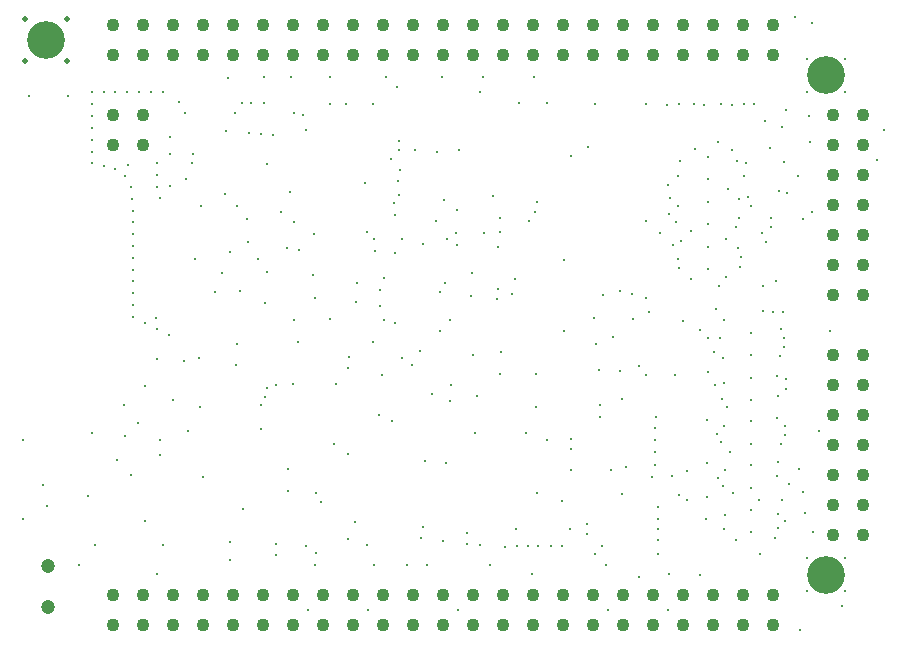
<source format=gbr>
%TF.GenerationSoftware,Altium Limited,Altium Designer,21.2.2 (38)*%
G04 Layer_Color=0*
%FSLAX45Y45*%
%MOMM*%
%TF.SameCoordinates,D1C1B47B-FFDC-44FD-B647-F1046EBF8E97*%
%TF.FilePolarity,Positive*%
%TF.FileFunction,Plated,1,4,PTH,Drill*%
%TF.Part,Single*%
G01*
G75*
%TA.AperFunction,ComponentDrill*%
%ADD219C,1.10000*%
%ADD220C,1.10000*%
%ADD221C,3.20000*%
%ADD222C,1.20000*%
%TA.AperFunction,ViaDrill,NotFilled*%
%ADD223C,0.25000*%
%ADD224C,0.50000*%
D219*
X2032000Y190500D02*
D03*
X2286000D02*
D03*
X2540000D02*
D03*
X2794000D02*
D03*
X3048000D02*
D03*
X3302000D02*
D03*
X3556000D02*
D03*
X3810000D02*
D03*
X4064000D02*
D03*
X4318000D02*
D03*
X4572000D02*
D03*
X4826000D02*
D03*
X5080000D02*
D03*
X5334000D02*
D03*
X5588000D02*
D03*
X5842000D02*
D03*
X6096000D02*
D03*
X6350000D02*
D03*
X6604000D02*
D03*
X6858000D02*
D03*
X7112000D02*
D03*
X7366000D02*
D03*
X7620000D02*
D03*
X2032000Y444500D02*
D03*
X2286000D02*
D03*
X2540000D02*
D03*
X2794000D02*
D03*
X3048000D02*
D03*
X3302000D02*
D03*
X3556000D02*
D03*
X3810000D02*
D03*
X4064000D02*
D03*
X4318000D02*
D03*
X4572000D02*
D03*
X4826000D02*
D03*
X5080000D02*
D03*
X5334000D02*
D03*
X5588000D02*
D03*
X5842000D02*
D03*
X6096000D02*
D03*
X6350000D02*
D03*
X6604000D02*
D03*
X6858000D02*
D03*
X7112000D02*
D03*
X7366000D02*
D03*
X7620000D02*
D03*
X2032000Y5016500D02*
D03*
X2286000D02*
D03*
X2540000D02*
D03*
X2794000D02*
D03*
X3048000D02*
D03*
X3302000D02*
D03*
X3556000D02*
D03*
X3810000D02*
D03*
X4064000D02*
D03*
X4318000D02*
D03*
X4572000D02*
D03*
X4826000D02*
D03*
X5080000D02*
D03*
X5334000D02*
D03*
X5588000D02*
D03*
X5842000D02*
D03*
X6096000D02*
D03*
X6350000D02*
D03*
X6604000D02*
D03*
X6858000D02*
D03*
X7112000D02*
D03*
X7366000D02*
D03*
X7620000D02*
D03*
X2032000Y5270500D02*
D03*
X2286000D02*
D03*
X2540000D02*
D03*
X2794000D02*
D03*
X3048000D02*
D03*
X3302000D02*
D03*
X3556000D02*
D03*
X3810000D02*
D03*
X4064000D02*
D03*
X4318000D02*
D03*
X4572000D02*
D03*
X4826000D02*
D03*
X5080000D02*
D03*
X5334000D02*
D03*
X5588000D02*
D03*
X5842000D02*
D03*
X6096000D02*
D03*
X6350000D02*
D03*
X6604000D02*
D03*
X6858000D02*
D03*
X7112000D02*
D03*
X7366000D02*
D03*
X7620000D02*
D03*
X2286000Y4258400D02*
D03*
X2032000D02*
D03*
X2286000Y4512400D02*
D03*
X2032000D02*
D03*
D220*
X8382000Y952800D02*
D03*
Y1206800D02*
D03*
Y1460800D02*
D03*
Y1714800D02*
D03*
Y1968800D02*
D03*
Y2222800D02*
D03*
Y2476800D02*
D03*
X8128000Y952800D02*
D03*
Y1206800D02*
D03*
Y1460800D02*
D03*
Y1714800D02*
D03*
Y1968800D02*
D03*
Y2222800D02*
D03*
Y2476800D02*
D03*
Y4508800D02*
D03*
Y4254800D02*
D03*
Y4000800D02*
D03*
Y3746800D02*
D03*
Y3492800D02*
D03*
Y3238800D02*
D03*
Y2984800D02*
D03*
X8382000Y4508800D02*
D03*
Y4254800D02*
D03*
Y4000800D02*
D03*
Y3746800D02*
D03*
Y3492800D02*
D03*
Y3238800D02*
D03*
Y2984800D02*
D03*
D221*
X8064500Y615000D02*
D03*
Y4846000D02*
D03*
X1460500Y5143500D02*
D03*
D222*
X1480000Y345000D02*
D03*
Y695000D02*
D03*
D223*
X7140000Y1810000D02*
D03*
X7180000Y1740000D02*
D03*
X5910000Y1770000D02*
D03*
X7725255Y2269990D02*
D03*
X7728683Y2190000D02*
D03*
X7650000Y1940000D02*
D03*
X3550000Y2230000D02*
D03*
X7210000Y1120000D02*
D03*
X7189886Y1371546D02*
D03*
X7147613Y1433498D02*
D03*
X4238570Y3460097D02*
D03*
X3410000Y780000D02*
D03*
X7754146Y1387500D02*
D03*
X7840000Y1510000D02*
D03*
X3060000Y4530000D02*
D03*
X6823075Y1292754D02*
D03*
X6760000Y1450000D02*
D03*
X6640000Y1000000D02*
D03*
Y1190000D02*
D03*
X6642159Y907841D02*
D03*
X6640000Y1090000D02*
D03*
X6889704Y1245676D02*
D03*
X6892648Y1498023D02*
D03*
X7714497Y4115503D02*
D03*
X7329894Y3794343D02*
D03*
X7404183Y3811452D02*
D03*
X7156397Y3059839D02*
D03*
X5910538Y1681306D02*
D03*
X7300000Y3560000D02*
D03*
X5600000Y3690000D02*
D03*
X5620000Y3770000D02*
D03*
X6480000Y2380000D02*
D03*
X3020000Y740000D02*
D03*
X5551353Y3613196D02*
D03*
X8200000Y350000D02*
D03*
X8007127Y1835937D02*
D03*
X7070000Y4155000D02*
D03*
Y3965000D02*
D03*
X3680000Y320000D02*
D03*
X4190000D02*
D03*
X6730000D02*
D03*
X6220000D02*
D03*
X4950000D02*
D03*
X4820000Y900000D02*
D03*
X5220000Y700000D02*
D03*
X5350658Y849341D02*
D03*
X5450000Y860000D02*
D03*
X5540000D02*
D03*
X5630000D02*
D03*
X5740000D02*
D03*
X5833349Y856652D02*
D03*
X5030000Y875000D02*
D03*
X2660000Y1830000D02*
D03*
X2430000Y1760000D02*
D03*
X5900000Y1000000D02*
D03*
X6167500Y860000D02*
D03*
X6040000Y960000D02*
D03*
Y1050000D02*
D03*
X5700000Y1760000D02*
D03*
X2180000Y1460000D02*
D03*
X4310625Y2310000D02*
D03*
X5312500Y2500000D02*
D03*
X5110000Y2130000D02*
D03*
X5409314Y2996103D02*
D03*
X2590000Y4620000D02*
D03*
X3560000Y2770000D02*
D03*
X3449341Y3689341D02*
D03*
X3720000Y3156916D02*
D03*
X7920000Y4500000D02*
D03*
X7590000Y4230000D02*
D03*
X7269342Y4209342D02*
D03*
X7150000Y4280000D02*
D03*
X6735705Y619217D02*
D03*
X7600000Y3560000D02*
D03*
X7600000Y3640000D02*
D03*
X7869341Y3630658D02*
D03*
X6430000Y2780000D02*
D03*
X6790000Y2310000D02*
D03*
X6339234Y2108209D02*
D03*
X6145423Y2350275D02*
D03*
X6540000Y2310000D02*
D03*
X5610000Y2040000D02*
D03*
X4731710Y2143472D02*
D03*
X4020000Y1640000D02*
D03*
X2757548Y2453884D02*
D03*
X3070000Y2390000D02*
D03*
X2769342Y2040663D02*
D03*
X3130000Y1170000D02*
D03*
X3280000Y1850000D02*
D03*
X2430000Y1630000D02*
D03*
X1820000Y1280000D02*
D03*
X3660229Y857472D02*
D03*
X3790000Y1230000D02*
D03*
X3750434Y1306338D02*
D03*
X4079161Y1060608D02*
D03*
X4019958Y920049D02*
D03*
X4878948Y2084181D02*
D03*
X5090000Y1820000D02*
D03*
X4670000Y1580000D02*
D03*
X4640000Y930000D02*
D03*
X5827091Y1237500D02*
D03*
X6595636Y1447653D02*
D03*
X5910000Y1500000D02*
D03*
X6340000Y1300000D02*
D03*
X7889301Y1137694D02*
D03*
X6660000Y3510000D02*
D03*
X7930000Y4280000D02*
D03*
X7691850Y4408150D02*
D03*
X7550000Y4455265D02*
D03*
X7030000Y4590000D02*
D03*
X5139606Y4700923D02*
D03*
X7522500Y3510000D02*
D03*
X4450000Y4290000D02*
D03*
X6150000Y2055000D02*
D03*
X4177500Y3515000D02*
D03*
X7530000Y2850000D02*
D03*
X2450000Y870000D02*
D03*
X7560000Y3435000D02*
D03*
X6730000Y3920000D02*
D03*
X7530000Y3060000D02*
D03*
X7350000Y3303303D02*
D03*
X7640000Y3100000D02*
D03*
X7615265Y2845000D02*
D03*
X7700000D02*
D03*
X7200000Y2770000D02*
D03*
X7131913Y2868087D02*
D03*
X7738396Y3847623D02*
D03*
X7830000Y3990000D02*
D03*
X8100000Y2680000D02*
D03*
X7947678Y3690000D02*
D03*
X8561131Y4379489D02*
D03*
X8500000Y4130000D02*
D03*
X6842207Y3442535D02*
D03*
X6770000Y3410000D02*
D03*
X6810000Y3290000D02*
D03*
X6820000Y3210000D02*
D03*
X6960000Y4220000D02*
D03*
X7430000Y3740000D02*
D03*
X7329038Y3639038D02*
D03*
X7320000Y3381432D02*
D03*
X7266038Y4597355D02*
D03*
X7460000Y4600000D02*
D03*
X7180000D02*
D03*
X7370000D02*
D03*
X7047500Y1090658D02*
D03*
X7960000Y980000D02*
D03*
X7339415Y3225690D02*
D03*
X7370000Y3995000D02*
D03*
X7666231Y3868048D02*
D03*
X7120659Y2499341D02*
D03*
X3410000Y880000D02*
D03*
X4650239Y1021962D02*
D03*
X6855000Y2763566D02*
D03*
X7220000Y3140000D02*
D03*
X7070000Y2330000D02*
D03*
X7710806Y2623570D02*
D03*
X7687944Y2695000D02*
D03*
X7710715Y2548570D02*
D03*
X7680000Y2470000D02*
D03*
X2430000Y3810000D02*
D03*
X2398709Y3902954D02*
D03*
X2500000Y2650000D02*
D03*
X2400000Y2700000D02*
D03*
X2450000Y4700000D02*
D03*
X2350000D02*
D03*
X2250000D02*
D03*
X2150000D02*
D03*
X2050000D02*
D03*
X1950000D02*
D03*
X1850000D02*
D03*
Y4600000D02*
D03*
Y4500000D02*
D03*
Y4400000D02*
D03*
Y4300000D02*
D03*
Y4200000D02*
D03*
X2190000Y3800000D02*
D03*
X2200000Y3700000D02*
D03*
Y3600000D02*
D03*
X3159857Y3625738D02*
D03*
X2395669Y2786701D02*
D03*
X3021664Y3349445D02*
D03*
X3168209Y3436485D02*
D03*
X2512123Y3912123D02*
D03*
X2510000Y4180000D02*
D03*
X2200000Y3500000D02*
D03*
X3180000Y4360000D02*
D03*
X2710000Y4180000D02*
D03*
X6746078Y3809461D02*
D03*
X6919593Y3531263D02*
D03*
X6795832Y3605790D02*
D03*
X6810000Y3740000D02*
D03*
X6736236Y3670000D02*
D03*
X2300000Y2750000D02*
D03*
X2400000Y4100000D02*
D03*
X2160000Y4090000D02*
D03*
X1850000Y4100000D02*
D03*
X2130000Y3990000D02*
D03*
X2180000Y3900000D02*
D03*
X2400000Y4000000D02*
D03*
X1950000Y4080000D02*
D03*
X2050000Y4050000D02*
D03*
X2200000Y3400000D02*
D03*
Y3300000D02*
D03*
Y3200000D02*
D03*
Y3100000D02*
D03*
Y3000000D02*
D03*
Y2900000D02*
D03*
Y2800000D02*
D03*
X6620000Y1550000D02*
D03*
X6618000Y1658159D02*
D03*
X6617500Y1757500D02*
D03*
X6620000Y1860000D02*
D03*
X6630000Y1950000D02*
D03*
X6640000Y790000D02*
D03*
X6320000Y2340000D02*
D03*
X6150000Y1950000D02*
D03*
X6110000Y790000D02*
D03*
X6245000Y1505000D02*
D03*
X6370000Y1530000D02*
D03*
X7060000Y1277400D02*
D03*
X7727521Y4555473D02*
D03*
X7220000Y3460000D02*
D03*
X6920000Y3120000D02*
D03*
X6540000Y3610000D02*
D03*
X7240000Y3880000D02*
D03*
X7390000Y4100000D02*
D03*
X7309341Y4119342D02*
D03*
X6830000Y4122071D02*
D03*
X6810000Y3990000D02*
D03*
X4800000Y3010000D02*
D03*
X5620000Y1310000D02*
D03*
X6540000Y2960000D02*
D03*
X5847500Y3281251D02*
D03*
X6420002Y2990002D02*
D03*
X6570000Y2840000D02*
D03*
X6320000Y3020000D02*
D03*
X6050000Y4240000D02*
D03*
X5307936Y3521386D02*
D03*
X5612500Y2320000D02*
D03*
X5528224Y1819925D02*
D03*
X5850000Y2680000D02*
D03*
X4420000Y2750000D02*
D03*
X5310000Y2320000D02*
D03*
X5290000Y3390000D02*
D03*
X4940000Y3410000D02*
D03*
X5170000Y3510000D02*
D03*
X7000000Y2690000D02*
D03*
X7070000Y2620000D02*
D03*
X6200000Y700000D02*
D03*
X6999895Y614807D02*
D03*
X4890000Y2220000D02*
D03*
X4283724Y1969697D02*
D03*
X3279307Y2050000D02*
D03*
X3320000Y2120000D02*
D03*
X3334999Y2200000D02*
D03*
X3406530Y2222547D02*
D03*
X5080000Y2480000D02*
D03*
X4230625Y2590000D02*
D03*
X4320000Y2770000D02*
D03*
X3598750Y2591250D02*
D03*
X3920000Y2230000D02*
D03*
X6260000Y2630000D02*
D03*
X3101353Y3020000D02*
D03*
X3320000Y2920000D02*
D03*
X3740000Y2960000D02*
D03*
X3900000Y1720000D02*
D03*
X4390000Y1920000D02*
D03*
X4020000Y2370459D02*
D03*
X2794608Y1442986D02*
D03*
X2240000Y1898943D02*
D03*
X3750000Y800000D02*
D03*
X4850000Y1560000D02*
D03*
X7060000Y1930000D02*
D03*
X7203538Y1872220D02*
D03*
X7649985Y2299995D02*
D03*
X6177130Y2982870D02*
D03*
X6097500Y2789395D02*
D03*
X2300000Y1070000D02*
D03*
X3006652Y4826652D02*
D03*
X4030000Y2460000D02*
D03*
X4560000Y2390000D02*
D03*
X4480000Y2450000D02*
D03*
X4627500Y2507500D02*
D03*
X6480000Y600000D02*
D03*
X3510000Y1325000D02*
D03*
Y1515000D02*
D03*
X7070000Y3585000D02*
D03*
Y3775000D02*
D03*
X7430000Y975000D02*
D03*
Y1165000D02*
D03*
Y1725000D02*
D03*
Y1915000D02*
D03*
Y1355000D02*
D03*
Y1545000D02*
D03*
Y2095000D02*
D03*
Y2285000D02*
D03*
X7070000Y3205000D02*
D03*
Y3395000D02*
D03*
X7430000Y2475000D02*
D03*
Y2665000D02*
D03*
X7904500Y755000D02*
D03*
Y475000D02*
D03*
X8224500D02*
D03*
Y755000D02*
D03*
X7904500Y4986000D02*
D03*
Y4706000D02*
D03*
X8224500D02*
D03*
Y4986000D02*
D03*
X4290000Y2890000D02*
D03*
X4092500Y3090000D02*
D03*
X4090098Y2928585D02*
D03*
X4290000Y3030000D02*
D03*
X3862500Y2780000D02*
D03*
X1650000Y4670000D02*
D03*
X2700000Y4100000D02*
D03*
X3560000Y3600000D02*
D03*
X4410000Y3760000D02*
D03*
X2982500Y4370000D02*
D03*
X2950000Y3170000D02*
D03*
X7130000Y2220000D02*
D03*
X7720000Y1880000D02*
D03*
X7659985Y1129998D02*
D03*
X7169986Y2619995D02*
D03*
X7205153Y2243440D02*
D03*
X7689985Y1249997D02*
D03*
X7660000Y1570000D02*
D03*
X7209986Y1499997D02*
D03*
X3310000Y4610000D02*
D03*
X4230000Y4602500D02*
D03*
X6820000Y4600000D02*
D03*
X3560000Y4530000D02*
D03*
X6720695Y4598026D02*
D03*
X3870000Y4602500D02*
D03*
X5470000Y4610000D02*
D03*
X6950000Y4600000D02*
D03*
X5140000Y870000D02*
D03*
X7250000Y1660000D02*
D03*
X7189986Y2449995D02*
D03*
X7229986Y2039996D02*
D03*
X7659985Y2129996D02*
D03*
X7687327Y1726203D02*
D03*
X7300000Y910000D02*
D03*
X7659985Y1009998D02*
D03*
X7870000Y1320000D02*
D03*
X7280000Y1307500D02*
D03*
X3330000Y3180000D02*
D03*
X4420000Y3340000D02*
D03*
X4420000Y3660000D02*
D03*
X3330000Y4097503D02*
D03*
X3280000Y4350000D02*
D03*
X3500000Y3380000D02*
D03*
X3730000Y3500000D02*
D03*
X2980000Y3840000D02*
D03*
X3380000Y4340000D02*
D03*
X2772500Y3740000D02*
D03*
X3660000Y4380000D02*
D03*
X4480000Y3460000D02*
D03*
X3530000Y3860000D02*
D03*
X3260000Y3290000D02*
D03*
X3080000Y3740000D02*
D03*
X1320000Y4670000D02*
D03*
X6120000Y2570000D02*
D03*
X4650000Y3420000D02*
D03*
X4937951Y3702049D02*
D03*
X7649985Y1449997D02*
D03*
X6110659Y4600659D02*
D03*
X6540012Y4604881D02*
D03*
X7945208Y5287588D02*
D03*
X2650000Y3970000D02*
D03*
X3121034Y4610965D02*
D03*
X3200000Y4610000D02*
D03*
X4000000Y4602500D02*
D03*
X4434292Y4747500D02*
D03*
X3020000Y890000D02*
D03*
X4811250Y4830000D02*
D03*
X2508228Y4323171D02*
D03*
X4590000Y4210000D02*
D03*
X2640000Y4530000D02*
D03*
X3077354Y2569391D02*
D03*
X1470000Y1200000D02*
D03*
X2062644Y1591929D02*
D03*
X5703349Y4613348D02*
D03*
X5590000Y4830000D02*
D03*
X4340000D02*
D03*
X3870000D02*
D03*
X3540000D02*
D03*
X3310000D02*
D03*
X3640000Y4510000D02*
D03*
X5160000Y4830000D02*
D03*
X4770000Y4200000D02*
D03*
X1440000Y1380000D02*
D03*
X5440000Y1002500D02*
D03*
X4180000Y870000D02*
D03*
X5030000Y970000D02*
D03*
X5580000Y620000D02*
D03*
X2119640Y2050360D02*
D03*
X2130000Y1790000D02*
D03*
X2400000Y620000D02*
D03*
X1744381Y700018D02*
D03*
X1880000Y870000D02*
D03*
X2300573Y2211071D02*
D03*
X7510457Y792345D02*
D03*
X7800000Y5340000D02*
D03*
X7502500Y1252366D02*
D03*
X7060000Y1560000D02*
D03*
X7181317Y2108683D02*
D03*
X7200000Y1000000D02*
D03*
X4249991Y3359993D02*
D03*
X4160000Y3930000D02*
D03*
X7720000Y1800000D02*
D03*
X7719985Y1069998D02*
D03*
X7630000Y930000D02*
D03*
X5070000Y3170000D02*
D03*
X5286249Y3033751D02*
D03*
X5280000Y2950000D02*
D03*
X4860000Y3460000D02*
D03*
X4440000Y3950000D02*
D03*
X4380000Y4140000D02*
D03*
X4829990Y3789992D02*
D03*
X4460000Y4040000D02*
D03*
X3600000Y3370000D02*
D03*
X2727310Y3290000D02*
D03*
X1270000Y1090000D02*
D03*
Y1760000D02*
D03*
X4453075Y4211807D02*
D03*
X4960000Y4210000D02*
D03*
X5310000Y3640000D02*
D03*
X5910000Y4160000D02*
D03*
X7850000Y150000D02*
D03*
X1850000Y1820000D02*
D03*
X2400000Y2440000D02*
D03*
X2630000Y2430000D02*
D03*
X4240000Y700000D02*
D03*
X4320000Y3130000D02*
D03*
X4840000Y3085003D02*
D03*
X4450000Y3830000D02*
D03*
X5060000Y2980003D02*
D03*
X5430000Y3120000D02*
D03*
X4761155Y3608969D02*
D03*
X4880000Y2770000D02*
D03*
X4935771Y3510813D02*
D03*
X4690000Y700000D02*
D03*
X3740000D02*
D03*
X4520000D02*
D03*
X4800000Y2680000D02*
D03*
X2890000Y3010000D02*
D03*
X5250000Y3820000D02*
D03*
X2540000Y2100000D02*
D03*
D224*
X1280500Y5323500D02*
D03*
Y4963500D02*
D03*
X1640988D02*
D03*
X1640484Y5323500D02*
D03*
%TF.MD5,6509d418379ee104542d20dc8202fa84*%
M02*

</source>
